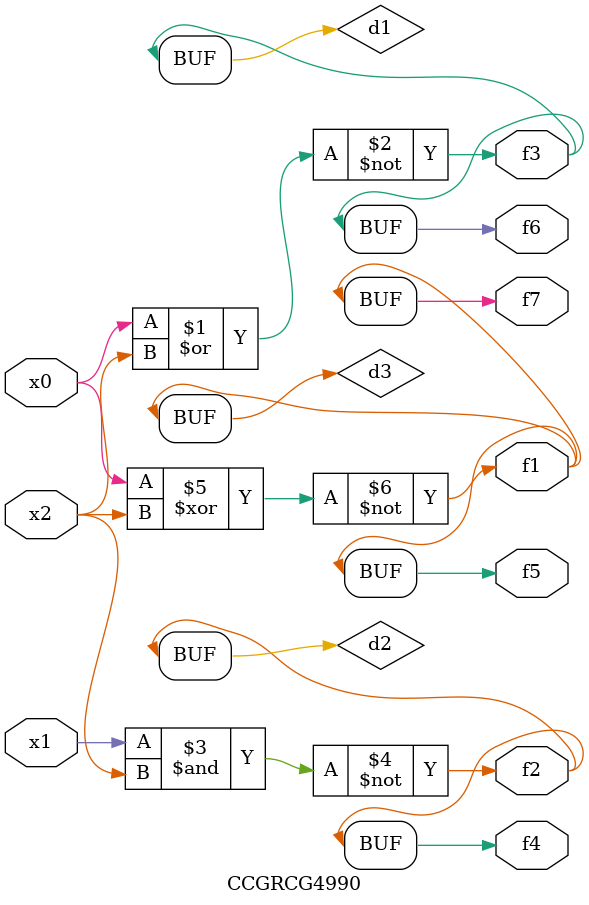
<source format=v>
module CCGRCG4990(
	input x0, x1, x2,
	output f1, f2, f3, f4, f5, f6, f7
);

	wire d1, d2, d3;

	nor (d1, x0, x2);
	nand (d2, x1, x2);
	xnor (d3, x0, x2);
	assign f1 = d3;
	assign f2 = d2;
	assign f3 = d1;
	assign f4 = d2;
	assign f5 = d3;
	assign f6 = d1;
	assign f7 = d3;
endmodule

</source>
